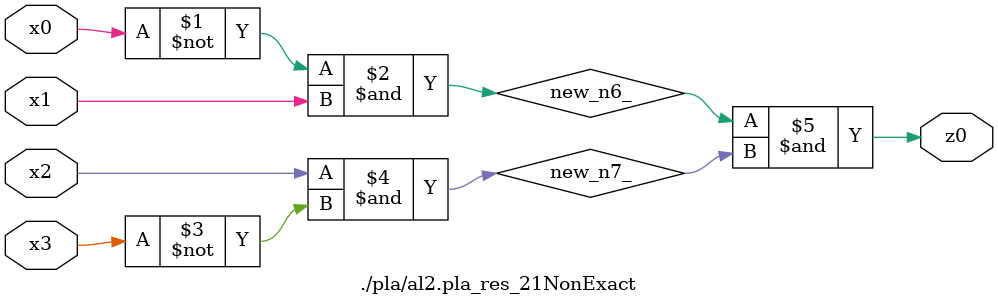
<source format=v>

module \./pla/al2.pla_res_21NonExact  ( 
    x0, x1, x2, x3,
    z0  );
  input  x0, x1, x2, x3;
  output z0;
  wire new_n6_, new_n7_;
  assign new_n6_ = ~x0 & x1;
  assign new_n7_ = x2 & ~x3;
  assign z0 = new_n6_ & new_n7_;
endmodule



</source>
